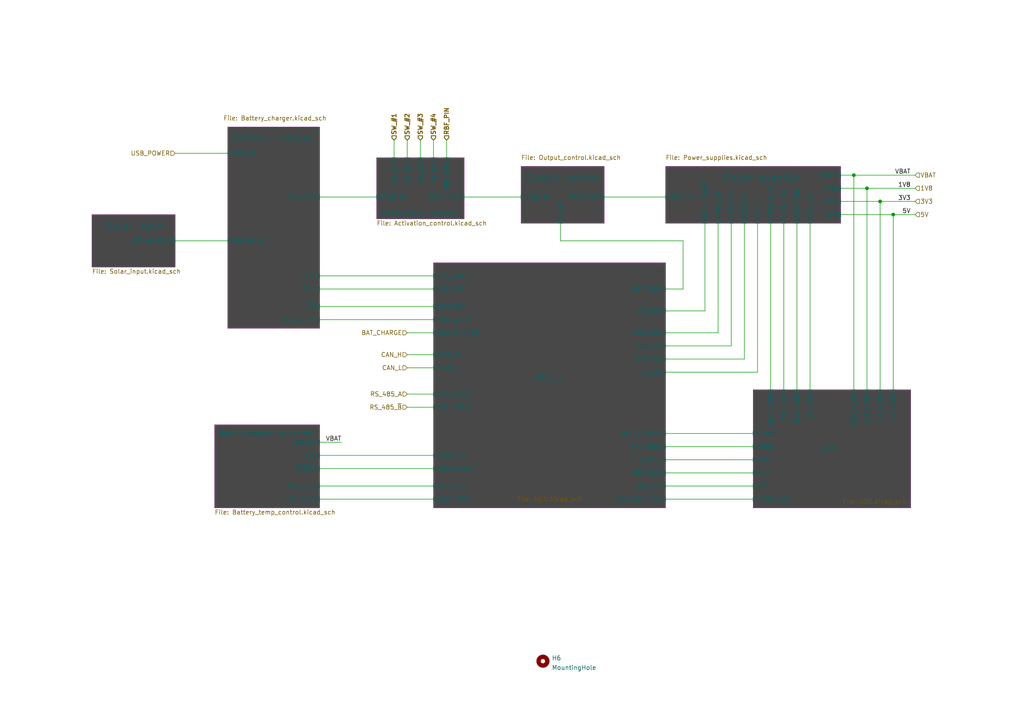
<source format=kicad_sch>
(kicad_sch (version 20210621) (generator eeschema)
  (paper "A4")
  (title_block (title "BUTCube - EPS") (date "2021-06-01") (rev "v1.0") (company "VUT - FIT(STRaDe) & FME(IAE & IPE)") (comment 1 "Author: Petr Malaník"))
  (lib_symbols
    (symbol "Mechanical:MountingHole" (pin_names (offset 1.016))
      (property "Reference" "H" (at 0 5.08 0))
      (property "Value" "MountingHole" (at 0 3.175 0))
      (symbol "MountingHole_0_1"
        (circle (center 0 0) (radius 1.27) (stroke (width 1.27)))
      )
    )
  )
  (junction (at 247.65 50.8) (diameter 0.9144))
  (junction (at 251.46 54.61) (diameter 0.9144))
  (junction (at 255.27 58.42) (diameter 0.9144))
  (junction (at 259.08 62.23) (diameter 0.9144))
  (wire (pts (xy 50.8 44.45) (xy 66.04 44.45)))
  (wire (pts (xy 50.8 69.85) (xy 66.04 69.85)))
  (wire (pts (xy 92.71 57.15) (xy 109.22 57.15)))
  (wire (pts (xy 92.71 80.01) (xy 125.73 80.01)))
  (wire (pts (xy 92.71 83.82) (xy 125.73 83.82)))
  (wire (pts (xy 92.71 88.9) (xy 125.73 88.9)))
  (wire (pts (xy 92.71 92.71) (xy 125.73 92.71)))
  (wire (pts (xy 92.71 128.27) (xy 99.06 128.27)))
  (wire (pts (xy 92.71 132.08) (xy 125.73 132.08)))
  (wire (pts (xy 92.71 135.89) (xy 125.73 135.89)))
  (wire (pts (xy 92.71 140.97) (xy 125.73 140.97)))
  (wire (pts (xy 92.71 144.78) (xy 125.73 144.78)))
  (wire (pts (xy 114.3 40.64) (xy 114.3 45.72)))
  (wire (pts (xy 118.11 40.64) (xy 118.11 45.72)))
  (wire (pts (xy 118.11 96.52) (xy 125.73 96.52)))
  (wire (pts (xy 118.11 102.87) (xy 125.73 102.87)))
  (wire (pts (xy 118.11 106.68) (xy 125.73 106.68)))
  (wire (pts (xy 118.11 114.3) (xy 125.73 114.3)))
  (wire (pts (xy 118.11 118.11) (xy 125.73 118.11)))
  (wire (pts (xy 121.92 40.64) (xy 121.92 45.72)))
  (wire (pts (xy 125.73 40.64) (xy 125.73 45.72)))
  (wire (pts (xy 129.54 40.64) (xy 129.54 45.72)))
  (wire (pts (xy 134.62 57.15) (xy 151.13 57.15)))
  (wire (pts (xy 162.56 64.77) (xy 162.56 69.85)))
  (wire (pts (xy 162.56 69.85) (xy 198.12 69.85)))
  (wire (pts (xy 175.26 57.15) (xy 193.04 57.15)))
  (wire (pts (xy 193.04 83.82) (xy 198.12 83.82)))
  (wire (pts (xy 193.04 90.17) (xy 204.47 90.17)))
  (wire (pts (xy 193.04 96.52) (xy 208.28 96.52)))
  (wire (pts (xy 193.04 100.33) (xy 212.09 100.33)))
  (wire (pts (xy 193.04 104.14) (xy 215.9 104.14)))
  (wire (pts (xy 193.04 107.95) (xy 219.71 107.95)))
  (wire (pts (xy 193.04 125.73) (xy 218.44 125.73)))
  (wire (pts (xy 193.04 129.54) (xy 218.44 129.54)))
  (wire (pts (xy 193.04 133.35) (xy 218.44 133.35)))
  (wire (pts (xy 193.04 137.16) (xy 218.44 137.16)))
  (wire (pts (xy 193.04 140.97) (xy 218.44 140.97)))
  (wire (pts (xy 193.04 144.78) (xy 218.44 144.78)))
  (wire (pts (xy 198.12 69.85) (xy 198.12 83.82)))
  (wire (pts (xy 204.47 64.77) (xy 204.47 90.17)))
  (wire (pts (xy 208.28 64.77) (xy 208.28 96.52)))
  (wire (pts (xy 212.09 64.77) (xy 212.09 100.33)))
  (wire (pts (xy 215.9 64.77) (xy 215.9 104.14)))
  (wire (pts (xy 219.71 64.77) (xy 219.71 107.95)))
  (wire (pts (xy 223.52 64.77) (xy 223.52 113.03)))
  (wire (pts (xy 227.33 64.77) (xy 227.33 113.03)))
  (wire (pts (xy 231.14 64.77) (xy 231.14 113.03)))
  (wire (pts (xy 234.95 64.77) (xy 234.95 113.03)))
  (wire (pts (xy 243.84 50.8) (xy 247.65 50.8)))
  (wire (pts (xy 243.84 54.61) (xy 251.46 54.61)))
  (wire (pts (xy 243.84 58.42) (xy 255.27 58.42)))
  (wire (pts (xy 243.84 62.23) (xy 259.08 62.23)))
  (wire (pts (xy 247.65 50.8) (xy 247.65 113.03)))
  (wire (pts (xy 247.65 50.8) (xy 265.43 50.8)))
  (wire (pts (xy 251.46 54.61) (xy 251.46 113.03)))
  (wire (pts (xy 251.46 54.61) (xy 265.43 54.61)))
  (wire (pts (xy 255.27 58.42) (xy 255.27 113.03)))
  (wire (pts (xy 255.27 58.42) (xy 265.43 58.42)))
  (wire (pts (xy 259.08 62.23) (xy 259.08 113.03)))
  (wire (pts (xy 259.08 62.23) (xy 265.43 62.23)))
  (label "VBAT" (at 99.06 128.27 180))
  (label "VBAT" (at 264.16 50.8 180))
  (label "1V8" (at 264.16 54.61 180))
  (label "3V3" (at 264.16 58.42 180))
  (label "5V" (at 264.16 62.23 180))
  (hierarchical_label "USB_POWER" (shape input) (at 50.8 44.45 180))
  (hierarchical_label "SW_#1" (shape input) (at 114.3 40.64 90) (effects (font (thickness 0.254))))
  (hierarchical_label "SW_#2" (shape input) (at 118.11 40.64 90) (effects (font (thickness 0.254))))
  (hierarchical_label "BAT_CHARGE" (shape input) (at 118.11 96.52 180))
  (hierarchical_label "CAN_H" (shape input) (at 118.11 102.87 180))
  (hierarchical_label "CAN_L" (shape input) (at 118.11 106.68 180))
  (hierarchical_label "RS_485_A" (shape input) (at 118.11 114.3 180))
  (hierarchical_label "RS_485_~{B}" (shape input) (at 118.11 118.11 180))
  (hierarchical_label "SW_#3" (shape input) (at 121.92 40.64 90) (effects (font (thickness 0.254))))
  (hierarchical_label "SW_#4" (shape input) (at 125.73 40.64 90) (effects (font (thickness 0.254))))
  (hierarchical_label "RBF_PIN" (shape input) (at 129.54 40.64 90) (effects (font (thickness 0.254))))
  (hierarchical_label "VBAT" (shape input) (at 265.43 50.8 0))
  (hierarchical_label "1V8" (shape input) (at 265.43 54.61 0))
  (hierarchical_label "3V3" (shape input) (at 265.43 58.42 0))
  (hierarchical_label "5V" (shape input) (at 265.43 62.23 0))
  (symbol (lib_id "Mechanical:MountingHole") (at 157.48 191.77 0)
    (property "Reference" "H6" (at 160.0201 190.8615 0) (effects (justify left)))
    (property "Value" "MountingHole" (at 160.0201 193.6366 0) (effects (justify left)))
    (property "Footprint" "MountingHole:MountingHole_3.2mm_M3_Pad_Via" (effects hide))
  )
  (sheet (at 218.44 113.03) (size 45.72 34.29) (stroke (width 0.001) (color 132 0 132 1)) (fill (color 72 72 72 1.0000))
    (property "Sheet name" "ADC" (at 238.1241 130.81 0) (effects (font (size 2 2)) (justify left bottom)))
    (property "Sheet file" "ADC.kicad_sch" (at 244.3489 144.78 0) (effects (justify left top)))
    (pin "VBAT_MON" input (at 247.65 113.03 90))
    (pin "VBAT_CUR" input (at 223.52 113.03 90))
    (pin "1V8_MON" input (at 251.46 113.03 90))
    (pin "1V8_CUR" input (at 227.33 113.03 90))
    (pin "3V3_MON" input (at 255.27 113.03 90))
    (pin "3V3_CUR" input (at 231.14 113.03 90))
    (pin "5V_MON" input (at 259.08 113.03 90))
    (pin "5V_CUR" input (at 234.95 113.03 90))
    (pin "~{CS}" input (at 218.44 140.97 180))
    (pin "MISO" input (at 218.44 129.54 180))
    (pin "MOSI" input (at 218.44 133.35 180))
    (pin "CLK" input (at 218.44 137.16 180))
    (pin "POWER" input (at 218.44 125.73 180))
    (pin "CONV_EN" input (at 218.44 144.78 180))
  )
  (sheet (at 109.22 45.72) (size 25.4 17.78) (stroke (width 0.001) (color 132 0 132 1)) (fill (color 72 72 72 1.0000))
    (property "Sheet name" "Activation control" (at 110.49 62.8641 0) (effects (font (size 1.7 1.7)) (justify left bottom)))
    (property "Sheet file" "Activation_control.kicad_sch" (at 109.22 64.0089 0) (effects (justify left top)))
    (pin "PWR_IN" input (at 109.22 57.15 180))
    (pin "PWR_OUT" input (at 134.62 57.15 0))
    (pin "SW_#3" input (at 121.92 45.72 90))
    (pin "SW_#4" input (at 125.73 45.72 90))
    (pin "SW_#2" input (at 118.11 45.72 90))
    (pin "SW_#1" input (at 114.3 45.72 90))
    (pin "RBF_PIN" input (at 129.54 45.72 90))
  )
  (sheet (at 66.04 36.83) (size 26.67 58.42) (stroke (width 0.001) (color 132 0 132 1)) (fill (color 72 72 72 1.0000))
    (property "Sheet name" "Battery charger" (at 67.31 41.2741 0) (effects (font (size 2 2)) (justify left bottom)))
    (property "Sheet file" "Battery_charger.kicad_sch" (at 64.77 33.5289 0) (effects (justify left top)))
    (pin "USB_IN" input (at 66.04 44.45 180))
    (pin "SOLAR_IN" input (at 66.04 69.85 180))
    (pin "SYS_OUT" input (at 92.71 57.15 0))
    (pin "SCL" input (at 92.71 83.82 0))
    (pin "~{INT}" input (at 92.71 88.9 0))
    (pin "SDA" input (at 92.71 80.01 0))
    (pin "BAT_ALERT" input (at 92.71 92.71 0))
  )
  (sheet (at 62.23 123.19) (size 30.48 24.13) (stroke (width 0.001) (color 132 0 132 1)) (fill (color 72 72 72 1.0000))
    (property "Sheet name" "Battery temperature control" (at 63.5 126.3641 0) (effects (justify left bottom)))
    (property "Sheet file" "Battery_temp_control.kicad_sch" (at 62.23 147.8289 0) (effects (justify left top)))
    (pin "PWR_IN" input (at 92.71 128.27 0))
    (pin "EN" input (at 92.71 132.08 0))
    (pin "~{FAULT}" input (at 92.71 135.89 0))
    (pin "NTC_REF" input (at 92.71 140.97 0))
    (pin "NTC_OUT" input (at 92.71 144.78 0))
  )
  (sheet (at 125.73 76.2) (size 67.31 71.12) (stroke (width 0.001) (color 132 0 132 1)) (fill (color 72 72 72 1.0000))
    (property "Sheet name" "MCU" (at 154.94 111.1241 0) (effects (font (size 2.5 2.5)) (justify left bottom)))
    (property "Sheet file" "MCU.kicad_sch" (at 149.86 144.0189 0) (effects (justify left top)))
    (pin "CAN_H" input (at 125.73 102.87 180))
    (pin "CAN_L" input (at 125.73 106.68 180))
    (pin "POWER" input (at 193.04 90.17 0))
    (pin "3V3_EN" input (at 193.04 104.14 0))
    (pin "5V_EN" input (at 193.04 107.95 0))
    (pin "1V8_EN" input (at 193.04 100.33 0))
    (pin "VBAT_EN" input (at 193.04 96.52 0))
    (pin "BAT_CHARGE" input (at 125.73 96.52 180))
    (pin "RS_485_~{B}" input (at 125.73 118.11 180))
    (pin "RS_485_A" input (at 125.73 114.3 180))
    (pin "BAT_TEMP" input (at 125.73 144.78 180))
    (pin "I2C_SCL" input (at 125.73 83.82 180))
    (pin "I2C_SDA" input (at 125.73 80.01 180))
    (pin "BAT_ALERT" input (at 125.73 92.71 180))
    (pin "BAT_IRQ" input (at 125.73 88.9 180))
    (pin "HEAT_EN" input (at 125.73 132.08 180))
    (pin "HEAT_FAULT" input (at 125.73 135.89 180))
    (pin "OUT_CUR" input (at 193.04 83.82 0))
    (pin "MCU_POWER" input (at 193.04 125.73 0))
    (pin "ADC_CS" input (at 193.04 140.97 0))
    (pin "SPI_SCK" input (at 193.04 137.16 0))
    (pin "SPI_MISO" input (at 193.04 129.54 0))
    (pin "SPI_MOSI" input (at 193.04 133.35 0))
    (pin "NTC_REF" input (at 125.73 140.97 180))
    (pin "ADC_CONV_EN" input (at 193.04 144.78 0))
  )
  (sheet (at 151.13 48.26) (size 24.13 16.51) (stroke (width 0.001) (color 132 0 132 1)) (fill (color 72 72 72 1.0000))
    (property "Sheet name" "Output control" (at 152.4 52.7041 0) (effects (font (size 2 2)) (justify left bottom)))
    (property "Sheet file" "Output_control.kicad_sch" (at 151.13 44.9589 0) (effects (justify left top)))
    (pin "PWR_IN" input (at 151.13 57.15 180))
    (pin "PWR_OUT" input (at 175.26 57.15 0))
    (pin "I_SEN" input (at 162.56 64.77 270))
  )
  (sheet (at 193.04 48.26) (size 50.8 16.51) (stroke (width 0.001) (color 132 0 132 1)) (fill (color 72 72 72 1.0000))
    (property "Sheet name" "Power supplies" (at 209.55 52.7041 0) (effects (font (size 2 2)) (justify left bottom)))
    (property "Sheet file" "Power_supplies.kicad_sch" (at 193.04 44.9589 0) (effects (justify left top)))
    (pin "PWR_IN" input (at 193.04 57.15 180))
    (pin "5V" input (at 243.84 62.23 0))
    (pin "VBAT" input (at 243.84 50.8 0))
    (pin "1V8" input (at 243.84 54.61 0))
    (pin "3V3" input (at 243.84 58.42 0))
    (pin "3V3_CUR" input (at 231.14 64.77 270))
    (pin "5V_CUR" input (at 234.95 64.77 270))
    (pin "VBAT_CUR" input (at 223.52 64.77 270))
    (pin "1V8_CUR" input (at 227.33 64.77 270))
    (pin "3V3_EN" input (at 215.9 64.77 270))
    (pin "MCU_POWER" input (at 204.47 64.77 270))
    (pin "VBAT_EN" input (at 208.28 64.77 270))
    (pin "1V8_EN" input (at 212.09 64.77 270))
    (pin "5V_EN" input (at 219.71 64.77 270))
  )
  (sheet (at 26.67 62.23) (size 24.13 15.24) (stroke (width 0.001) (color 132 0 132 1)) (fill (color 72 72 72 1.0000))
    (property "Sheet name" "Solar input" (at 30.48 66.6741 0) (effects (font (size 2 2)) (justify left bottom)))
    (property "Sheet file" "Solar_input.kicad_sch" (at 26.67 77.9789 0) (effects (justify left top)))
    (pin "SOLAR_OUT" input (at 50.8 69.85 0))
  )
)
</source>
